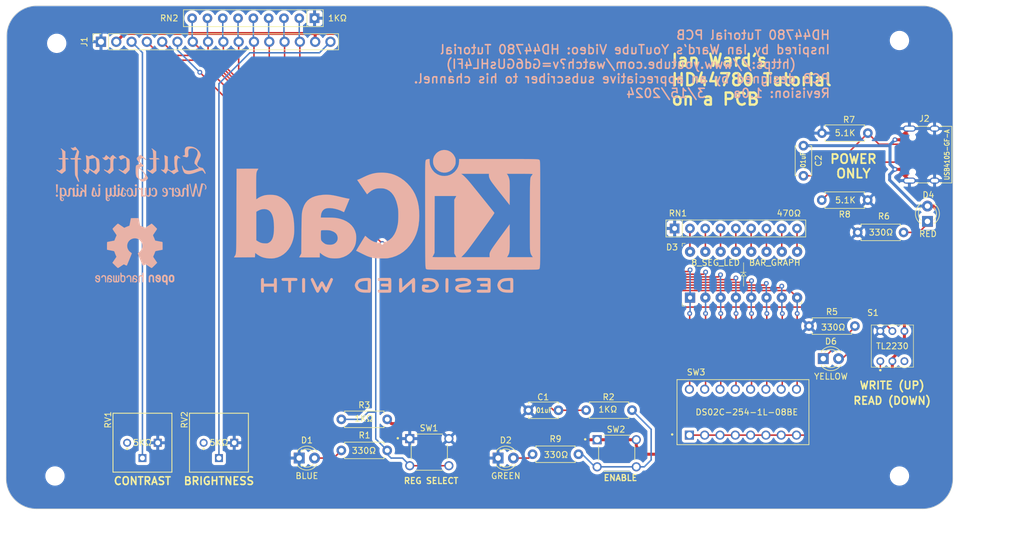
<source format=kicad_pcb>
(kicad_pcb (version 20221018) (generator pcbnew)
  (title_block (title "${project_name}") (date "2024-03-15") (rev "${version}") (company "Lutzcraft"))
  (layers (0 "F.Cu" signal) (31 "B.Cu" power) (34 "B.Paste" user) (35 "F.Paste" user) (36 "B.SilkS" user "B.Silkscreen") (37 "F.SilkS" user "F.Silkscreen") (38 "B.Mask" user) (39 "F.Mask" user) (44 "Edge.Cuts" user))
  (property "project_name" "HD44780 Tutorial PCB")
  (property "version" "1.0a")
  (net 0 "")
  (net 1 "GND")
  (net 2 "Net-(D1-A)")
  (net 3 "Net-(D2-A)")
  (net 4 "/D7")
  (net 5 "/D6")
  (net 6 "/D5")
  (net 7 "/D4")
  (net 8 "/D3")
  (net 9 "/D2")
  (net 10 "/D1")
  (net 11 "/D0")
  (net 12 "Net-(RN1-R8)")
  (net 13 "Net-(RN1-R7)")
  (net 14 "Net-(RN1-R6)")
  (net 15 "Net-(RN1-R5)")
  (net 16 "Net-(RN1-R4)")
  (net 17 "Net-(RN1-R3)")
  (net 18 "Net-(RN1-R2)")
  (net 19 "Net-(RN1-R1)")
  (net 20 "Net-(D4-K)")
  (net 21 "+5V")
  (net 22 "/RS")
  (net 23 "/RW")
  (net 24 "/BLK")
  (net 25 "Net-(J2-PadA5)")
  (net 29 "Net-(C2-Pad2)")
  (net 33 "/V0")
  (net 34 "Net-(R2-Pad1)")
  (net 35 "Net-(D6-K)")
  (net 36 "/E")
  (net 38 "Net-(S1-NC_1)")
  (footprint "footprints:SW_1825967-1" (layer "F.Cu") (at 131.445 120.305)
    (fp_text reference "SW1" (at -0.05 -4) (layer "F.SilkS"))
    (fp_text value "REG SELECT" (at 0.305 4.755) (layer "F.SilkS") (effects (font (thickness 0.2) bold)))
    (pad "1" thru_hole rect (at -3.25 -2.25) (size 1.508 1.508) (drill 1) (layers "*.Cu" "*.Mask") (net 1 "GND"))
    (pad "2" thru_hole circle (at 3.25 -2.25) (size 1.508 1.508) (drill 1) (layers "*.Cu" "*.Mask") (net 1 "GND"))
    (pad "3" thru_hole circle (at -3.25 2.25) (size 1.508 1.508) (drill 1) (layers "*.Cu" "*.Mask") (net 22 "/RS"))
    (pad "4" thru_hole circle (at 3.25 2.25) (size 1.508 1.508) (drill 1) (layers "*.Cu" "*.Mask") (net 22 "/RS"))
  )
  (footprint "footprints:BOURNE-3386P" (layer "F.Cu") (at 81.28 118.745)
    (fp_text reference "RV1" (at -3.175 -3.81 90 unlocked) (layer "F.SilkS"))
    (fp_text value "5KΩ" (at 2.54 -0.0127 unlocked) (layer "F.SilkS"))
    (fp_text user "CONTRAST" (at 2.54 6.35 unlocked) (layer "F.SilkS") (effects (font (size 1.27 1.27) (thickness 0.254))))
    (pad "1" thru_hole circle (at 0 0) (size 1.3208 1.3208) (drill 0.8128) (layers "*.Cu" "*.Mask"))
    (pad "2" thru_hole rect (at 2.54 2.54) (size 1.3208 1.3208) (drill 0.8128) (layers "*.Cu" "*.Mask") (net 33 "/V0"))
    (pad "3" thru_hole rect (at 5.08 0) (size 1.3208 1.3208) (drill 0.8128) (layers "*.Cu" "*.Mask") (net 1 "GND"))
  )
  (footprint "Capacitor_THT:C_Disc_D4.7mm_W2.5mm_P5.00mm" (layer "F.Cu") (at 193.56 69.42 -90)
    (fp_text reference "C2" (at 2.5 -2.5 90) (layer "F.SilkS"))
    (fp_text value ".01uF" (at 2.53 0.06 90) (layer "F.SilkS") (effects (font (size 0.8 0.7))))
    (pad "1" thru_hole circle (at 0 0 270) (size 1.6 1.6) (drill 0.8) (layers "*.Cu" "*.Mask") (net 21 "+5V"))
    (pad "2" thru_hole circle (at 5 0 270) (size 1.6 1.6) (drill 0.8) (layers "*.Cu" "*.Mask") (net 29 "Net-(C2-Pad2)"))
  )
  (footprint "Resistor_THT:R_Axial_DIN0207_L6.3mm_D2.5mm_P7.62mm_Horizontal" (layer "F.Cu") (at 165.1 113.33 180)
    (fp_text reference "R2" (at 3.89 2.17 180) (layer "F.SilkS"))
    (fp_text value "1KΩ" (at 4.02 0.12 180) (layer "F.SilkS"))
    (pad "1" thru_hole circle (at 0 0 180) (size 1.6 1.6) (drill 0.8) (layers "*.Cu" "*.Mask") (net 34 "Net-(R2-Pad1)"))
    (pad "2" thru_hole oval (at 7.62 0 180) (size 1.6 1.6) (drill 0.8) (layers "*.Cu" "*.Mask") (net 36 "/E"))
  )
  (footprint "Capacitor_THT:C_Disc_D4.7mm_W2.5mm_P5.00mm" (layer "F.Cu") (at 152.89 113.35 180)
    (fp_text reference "C1" (at 2.54 2.19 180) (layer "F.SilkS"))
    (fp_text value ".01uF" (at 2.54 -0.01 180) (layer "F.SilkS") (effects (font (size 0.8 0.7))))
    (pad "1" thru_hole circle (at 0 0 180) (size 1.6 1.6) (drill 0.8) (layers "*.Cu" "*.Mask") (net 36 "/E"))
    (pad "2" thru_hole circle (at 5 0 180) (size 1.6 1.6) (drill 0.8) (layers "*.Cu" "*.Mask") (net 1 "GND"))
  )
  (footprint "footprints:USB_C_Receptacle_HRO_TYPE-C-31-M-12" (layer "F.Cu") (at 214.28 70.905 90)
    (fp_text reference "J2" (at 5.98 -0.65 180) (layer "F.SilkS"))
    (fp_text value "USB4105-GF-A" (at -0.035 3.11 90) (layer "F.SilkS") (effects (font (size 0.8 0.7))))
    (pad "" np_thru_hole circle (at -2.89 -2.6 90) (size 0.65 0.65) (drill 0.65) (layers "*.Cu" "*.Mask"))
    (pad "" np_thru_hole circle (at 2.89 -2.6 90) (size 0.65 0.65) (drill 0.65) (layers "*.Cu" "*.Mask"))
    (pad "A1" smd rect (at -3.25 -4.045 90) (size 0.6 1.45) (layers "F.Cu" "F.Paste" "F.Mask") (net 1 "GND"))
    (pad "A4" smd rect (at -2.45 -4.045 90) (size 0.6 1.45) (layers "F.Cu" "F.Paste" "F.Mask") (net 21 "+5V"))
    (pad "A5" smd rect (at -1.25 -4.045 90) (size 0.3 1.45) (layers "F.Cu" "F.Paste" "F.Mask") (net 25 "Net-(J2-PadA5)"))
    (pad "A6" smd rect (at -0.25 -4.045 90) (size 0.3 1.45) (layers "F.Cu" "F.Paste" "F.Mask"))
    (pad "A7" smd rect (at 0.25 -4.045 90) (size 0.3 1.45) (layers "F.Cu" "F.Paste" "F.Mask"))
    (pad "A8" smd rect (at 1.25 -4.045 90) (size 0.3 1.45) (layers "F.Cu" "F.Paste" "F.Mask"))
    (pad "A9" smd rect (at 2.45 -4.045 90) (size 0.6 1.45) (layers "F.Cu" "F.Paste" "F.Mask") (net 21 "+5V"))
    (pad "A12" smd rect (at 3.25 -4.045 90) (size 0.6 1.45) (layers "F.Cu" "F.Paste" "F.Mask") (net 1 "GND"))
    (pad "B1" smd rect (at 3.25 -4.045 90) (size 0.6 1.45) (layers "F.Cu" "F.Paste" "F.Mask") (net 1 "GND"))
    (pad "B4" smd rect (at 2.45 -4.045 90) (size 0.6 1.45) (layers "F.Cu" "F.Paste" "F.Mask") (net 21 "+5V"))
    (pad "B5" smd rect (at 1.75 -4.045 90) (size 0.3 1.45) (layers "F.Cu" "F.Paste" "F.Mask") (net 29 "Net-(C2-Pad2)"))
    (pad "B6" smd rect (at 0.75 -4.045 90) (size 0.3 1.45) (layers "F.Cu" "F.Paste" "F.Mask"))
    (pad "B7" smd rect (at -0.75 -4.045 90) (size 0.3 1.45) (layers "F.Cu" "F.Paste" "F.Mask"))
    (pad "B8" smd rect (at -1.75 -4.045 90) (size 0.3 1.45) (layers "F.Cu" "F.Paste" "F.Mask"))
    (pad "B9" smd rect (at -2.45 -4.045 90) (size 0.6 1.45) (layers "F.Cu" "F.Paste" "F.Mask") (net 21 "+5V"))
    (pad "B12" smd rect (at -3.25 -4.045 90) (size 0.6 1.45) (layers "F.Cu" "F.Paste" "F.Mask") (net 1 "GND"))
    (pad "S1" thru_hole oval (at -4.32 -3.13 90) (size 1 2.1) (drill oval 0.6 1.7) (layers "*.Cu" "*.Mask") (net 1 "GND"))
    (pad "S1" thru_hole oval (at -4.32 1.05 90) (size 1 1.6) (drill oval 0.6 1.2) (layers "*.Cu" "*.Mask") (net 1 "GND"))
    (pad "S1" thru_hole oval (at 4.32 -3.13 90) (size 1 2.1) (drill oval 0.6 1.7) (layers "*.Cu" "*.Mask") (net 1 "GND"))
    (pad "S1" thru_hole oval (at 4.32 1.05 90) (size 1 1.6) (drill oval 0.6 1.2) (layers "*.Cu" "*.Mask") (net 1 "GND"))
  )
  (footprint "Resistor_THT:R_Axial_DIN0207_L6.3mm_D2.5mm_P7.62mm_Horizontal" (layer "F.Cu") (at 156.21 120.65 180)
    (fp_text reference "R9" (at 3.81 2.54) (layer "F.SilkS"))
    (fp_text value "330Ω" (at 3.72 -0.1) (layer "F.SilkS"))
    (pad "1" thru_hole circle (at 0 0 180) (size 1.6 1.6) (drill 0.8) (layers "*.Cu" "*.Mask") (net 34 "Net-(R2-Pad1)"))
    (pad "2" thru_hole oval (at 7.62 0 180) (size 1.6 1.6) (drill 0.8) (layers "*.Cu" "*.Mask") (net 3 "Net-(D2-A)"))
  )
  (footprint "LED_THT:LED_D3.0mm" (layer "F.Cu") (at 109.85 121.285)
    (fp_text reference "D1" (at 1.27 -2.96) (layer "F.SilkS"))
    (fp_text value "BLUE" (at 1.27 2.96) (layer "F.SilkS"))
    (pad "1" thru_hole rect (at 0 0) (size 1.8 1.8) (drill 0.9) (layers "*.Cu" "*.Mask") (net 1 "GND"))
    (pad "2" thru_hole circle (at 2.54 0) (size 1.8 1.8) (drill 0.9) (layers "*.Cu" "*.Mask") (net 2 "Net-(D1-A)"))
  )
  (footprint "Resistor_THT:R_Axial_DIN0207_L6.3mm_D2.5mm_P7.62mm_Horizontal" (layer "F.Cu") (at 202.565 83.82)
    (fp_text reference "R6" (at 4.3498 -2.6758) (layer "F.SilkS"))
    (fp_text value "330Ω" (at 3.8598 0.0042) (layer "F.SilkS"))
    (pad "1" thru_hole circle (at 0 0) (size 1.6 1.6) (drill 0.8) (layers "*.Cu" "*.Mask") (net 1 "GND"))
    (pad "2" thru_hole oval (at 7.62 0) (size 1.6 1.6) (drill 0.8) (layers "*.Cu" "*.Mask") (net 20 "Net-(D4-K)"))
  )
  (footprint "LED_THT:LED_D3.0mm" (layer "F.Cu") (at 142.87 121.285)
    (fp_text reference "D2" (at 1.27 -2.96) (layer "F.SilkS"))
    (fp_text value "GREEN" (at 1.27 2.96) (layer "F.SilkS"))
    (pad "1" thru_hole rect (at 0 0) (size 1.8 1.8) (drill 0.9) (layers "*.Cu" "*.Mask") (net 1 "GND"))
    (pad "2" thru_hole circle (at 2.54 0) (size 1.8 1.8) (drill 0.9) (layers "*.Cu" "*.Mask") (net 3 "Net-(D2-A)"))
  )
  (footprint "Resistor_THT:R_Axial_DIN0207_L6.3mm_D2.5mm_P7.62mm_Horizontal" (layer "F.Cu") (at 204.22 78.46 180)
    (fp_text reference "R8" (at 3.81 -2.37 180) (layer "F.SilkS"))
    (fp_text value "5.1K" (at 3.7 -0.01 180) (layer "F.SilkS"))
    (pad "1" thru_hole circle (at 0 0 180) (size 1.6 1.6) (drill 0.8) (layers "*.Cu" "*.Mask") (net 1 "GND"))
    (pad "2" thru_hole oval (at 7.62 0 180) (size 1.6 1.6) (drill 0.8) (layers "*.Cu" "*.Mask") (net 25 "Net-(J2-PadA5)"))
  )
  (footprint "footprints:R_Array_SIP9" (layer "F.Cu") (at 112.395 48.26 180)
    (fp_text reference "RN2" (at 24.13 0) (layer "F.SilkS"))
    (fp_text value "1KΩ" (at -3.81 0) (layer "F.SilkS"))
    (pad "1" thru_hole rect (at 0 0 180) (size 1.6 1.6) (drill 0.8) (layers "*.Cu" "*.Mask") (net 1 "GND"))
    (pad "2" thru_hole oval (at 2.54 0 180) (size 1.6 1.6) (drill 0.8) (layers "*.Cu" "*.Mask") (net 4 "/D7"))
    (pad "3" thru_hole oval (at 5.08 0 180) (size 1.6 1.6) (drill 0.8) (layers "*.Cu" "*.Mask") (net 5 "/D6"))
    (pad "4" thru_hole oval (at 7.62 0 180) (size 1.6 1.6) (drill 0.8) (layers "*.Cu" "*.Mask") (net 6 "/D5"))
    (pad "5" thru_hole oval (at 10.16 0 180) (size 1.6 1.6) (drill 0.8) (layers "*.Cu" "*.Mask") (net 7 "/D4"))
    (pad "6" thru_hole oval (at 12.7 0 180) (size 1.6 1.6) (drill 0.8) (layers "*.Cu" "*.Mask") (net 8 "/D3"))
    (pad "7" thru_hole oval (at 15.24 0 180) (size 1.6 1.6) (drill 0.8) (layers "*.Cu" "*.Mask") (net 9 "/D2"))
    (pad "8" thru_hole oval (at 17.78 0 180) (size 1.6 1.6) (drill 0.8) (layers "*.Cu" "*.Mask") (net 10 "/D1"))
    (pad "9" thru_hole oval (at 20.32 0 180) (size 1.6 1.6) (drill 0.8) (layers "*.Cu" "*.Mask") (net 11 "/D0"))
  )
  (footprint "footprints:LCD_2004_PinSocket_1x16_P2.54mm_Vertical" (layer "F.Cu") (at 76.9366 52.1716 90)
    (fp_text reference "J1" (at 0 -2.77 90) (layer "F.SilkS"))
    (fp_text value "LCD_2004_PinSocket_1x16_P2.54mm_Vertical")
    (pad "1" thru_hole rect (at 0 0 90) (size 1.7 1.7) (drill 1) (layers "*.Cu" "*.Mask") (net 1 "GND"))
    (pad "2" thru_hole oval (at 0 2.54 90) (size 1.7 1.7) (drill 1) (layers "*.Cu" "*.Mask") (net 21 "+5V"))
    (pad "3" thru_hole oval (at 0 5.08 90) (size 1.7 1.7) (drill 1) (layers "*.Cu" "*.Mask") (net 33 "/V0"))
    (pad "4" thru_hole oval (at 0 7.62 90) (size 1.7 1.7) (drill 1) (layers "*.Cu" "*.Mask") (net 22 "/RS"))
    (pad "5" thru_hole oval (at 0 10.16 90) (size 1.7 1.7) (drill 1) (layers "*.Cu" "*.Mask") (net 23 "/RW"))
    (pad "6" thru_hole oval (at 0 12.7 90) (size 1.7 1.7) (drill 1) (layers "*.Cu" "*.Mask") (net 36 "/E"))
    (pad "7" thru_hole oval (at 0 15.24 90) (size 1.7 1.7) (drill 1) (layers "*.Cu" "*.Mask") (net 11 "/D0"))
    (pad "8" thru_hole oval (at 0 17.78 90) (size 1.7 1.7) (drill 1) (layers "*.Cu" "*.Mask") (net 10 "/D1"))
    (pad "9" thru_hole oval (at 0 20.32 90) (size 1.7 1.7) (drill 1) (layers "*.Cu" "*.Mask") (net 9 "/D2"))
    (pad "10" thru_hole oval (at 0 22.86 90) (size 1.7 1.7) (drill 1) (layers "*.Cu" "*.Mask") (net 8 "/D3"))
    (pad "11" thru_hole oval (at 0 25.4 90) (size 1.7 1.7) (drill 1) (layers "*.Cu" "*.Mask") (net 7 "/D4"))
    (pad "12" thru_hole oval (at 0 27.94 90) (size 1.7 1.7) (drill 1) (layers "*.Cu" "*.Mask") (net 6 "/D5"))
    (pad "13" thru_hole oval (at 0 30.48 90) (size 1.7 1.7) (drill 1) (layers "*.Cu" "*.Mask") (net 5 "/D6"))
    (pad "14" thru_hole oval (at 0 33.02 90) (size 1.7 1.7) (drill 1) (layers "*.Cu" "*.Mask") (net 4 "/D7"))
    (pad "15" thru_hole oval (at 0 35.56 90) (size 1.7 1.7) (drill 1) (layers "*.Cu" "*.Mask") (net 21 "+5V"))
    (pad "16" thru_hole oval (at 0 38.1 90) (size 1.7 1.7) (drill 1) (layers "*.Cu" "*.Mask") (net 24 "/BLK"))
  )
  (footprint "footprints:SW_1825967-1" (layer "F.Cu") (at 162.56 120.49)
    (fp_text reference "SW2" (at -0.12 -3.96) (layer "F.SilkS"))
    (fp_text value "ENABLE" (at 0.63 4.08) (layer "F.SilkS") (effects (font (thickness 0.2) bold)))
    (pad "1" thru_hole rect (at -3.25 -2.25) (size 1.508 1.508) (drill 1) (layers "*.Cu" "*.Mask") (net 21 "+5V"))
    (pad "2" thru_hole circle (at 3.25 -2.25) (size 1.508 1.508) (drill 1) (layers "*.Cu" "*.Mask") (net 21 "+5V"))
    (pad "3" thru_hole circle (at -3.25 2.25) (size 1.508 1.508) (drill 1) (layers "*.Cu" "*.Mask") (net 34 "Net-(R2-Pad1)"))
    (pad "4" thru_hole circle (at 3.25 2.25) (size 1.508 1.508) (drill 1) (layers "*.Cu" "*.Mask") (net 34 "Net-(R2-Pad1)"))
  )
  (footprint "MountingHole:MountingHole_2.7mm_M2.5" (layer "F.Cu") (at 209.5 51.96)
    (fp_text reference "H2")
    (fp_text value "MountingHole")
    (pad "" np_thru_hole circle locked (at 0 0) (size 2.7 2.7) (drill 2.7) (layers "*.Cu" "*.Mask"))
  )
  (footprint "MountingHole:MountingHole_2.7mm_M2.5" (layer "F.Cu") (at 69.59 52.43)
    (fp_text reference "H1")
    (fp_text value "MountingHole")
    (pad "" np_thru_hole circle locked (at 0 0) (size 2.7 2.7) (drill 2.7) (layers "*.Cu" "*.Mask"))
  )
  (footprint "footprints:LED_Bar_Graph_8_SEG_SOCKET" (layer "F.Cu") (at 174.7314 94.6448 90)
    (fp_text reference "D3" (at 8.3604 -2.9886 180) (layer "F.SilkS"))
    (fp_text value " 8_SEG_LED  BAR_GRAPH" (at 5.8 8.89) (layer "F.SilkS"))
    (pad "1" thru_hole rect (at 0 0 90) (size 1.7 1.7) (drill 0.7) (layers "*.Cu" "*.Mask") (net 4 "/D7"))
    (pad "2" thru_hole circle (at 0 2.54 90) (size 1.7 1.7) (drill 0.7) (layers "*.Cu" "*.Mask") (net 5 "/D6"))
    (pad "3" thru_hole circle (at 0 5.08 90) (size 1.7 1.7) (drill 0.7) (layers "*.Cu" "*.Mask") (net 6 "/D5"))
    (pad "4" thru_hole circle (at 0 7.62 90) (size 1.7 1.7) (drill 0.7) (layers "*.Cu" "*.Mask") (net 7 "/D4"))
    (pad "5" thru_hole circle (at 0 10.16 90) (size 1.7 1.7) (drill 0.7) (layers "*.Cu" "*.Mask") (net 8 "/D3"))
    (pad "6" thru_hole circle (at 0 12.7 90) (size 1.7 1.7) (drill 0.7) (layers "*.Cu" "*.Mask") (net 9 "/D2"))
    (pad "7" thru_hole circle (at 0 15.24 90) (size 1.7 1.7) (drill 0.7) (layers "*.Cu" "*.Mask") (net 10 "/D1"))
    (pad "8" thru_hole circle (at 0 17.78 90) (size 1.7 1.7) (drill 0.7) (layers "*.Cu" "*.Mask") (net 11 "/D0"))
    (pad "9" thru_hole circle (at 7.62 17.78 90) (size 1.7 1.7) (drill 0.7) (layers "*.Cu" "*.Mask") (net 12 "Net-(RN1-R8)"))
    (pad "10" thru_hole circle (at 7.62 15.24 90) (size 1.7 1.7) (drill 0.7) (layers "*.Cu" "*.Mask") (net 13 "Net-(RN1-R7)"))
    (pad "11" thru_hole circle (at 7.62 12.7 90) (size 1.7 1.7) (drill 0.7) (layers "*.Cu" "*.Mask") (net 14 "Net-(RN1-R6)"))
    (pad "12" thru_hole circle (at 7.62 10.16 90) (size 1.7 1.7) (drill 0.7) (layers "*.Cu" "*.Mask") (net 15 "Net-(RN1-R5)"))
    (pad "13" thru_hole circle (at 7.62 7.62 90) (size 1.7 1.7) (drill 0.7) (layers "*.Cu" "*.Mask") (net 16 "Net-(RN1-R4)"))
    (pad "14" thru_hole circle (at 7.62 5.08 90) (size 1.7 1.7) (drill 0.7) (layers "*.Cu" "*.Mask") (net 17 "Net-(RN1-R3)"))
    (pad "15" thru_hole circle (at 7.62 2.54 90) (size 1.7 1.7) (drill 0.7) (layers "*.Cu" "*.Mask") (net 18 "Net-(RN1-R2)"))
    (pad "16" thru_hole circle (at 7.62 0 90) (size 1.7 1.7) (drill 0.7) (layers "*.Cu" "*.Mask") (net 19 "Net-(RN1-R1)"))
  )
  (footprint "Resistor_THT:R_Axial_DIN0207_L6.3mm_D2.5mm_P7.62mm_Horizontal" (layer "F.Cu") (at 124.46 120.015 180)
    (fp_text reference "R1" (at 3.76 2.51) (layer "F.SilkS"))
    (fp_text value "330Ω" (at 3.87 -0.04) (layer "F.SilkS"))
    (pad "1" thru_hole circle (at 0 0 180) (size 1.6 1.6) (drill 0.8) (layers "*.Cu" "*.Mask") (net 22 "/RS"))
    (pad "2" thru_hole oval (at 7.62 0 180) (size 1.6 1.6) (drill 0.8) (layers "*.Cu" "*.Mask") (net 2 "Net-(D1-A)"))
  )
  (footprint "Resistor_THT:R_Axial_DIN0207_L6.3mm_D2.5mm_P7.62mm_Horizontal" (layer "F.Cu") (at 194.48 99.37)
    (fp_text reference "R5" (at 3.81 -2.37) (layer "F.SilkS"))
    (fp_text value "330Ω" (at 4.02 0.21) (layer "F.SilkS"))
    (pad "1" thru_hole circle (at 0 0) (size 1.6 1.6) (drill 0.8) (layers "*.Cu" "*.Mask") (net 1 "GND"))
    (pad "2" thru_hole oval (at 7.62 0) (size 1.6 1.6) (drill 0.8) (layers "*.Cu" "*.Mask") (net 35 "Net-(D6-K)"))
  )
  (footprint "LED_THT:LED_D3.0mm" (layer "F.Cu") (at 196.85 104.775)
    (fp_text reference "D6" (at 1.27 -2.86) (layer "F.SilkS"))
    (fp_text value "YELLOW" (at 1.27 2.96) (layer "F.SilkS"))
    (pad "1" thru_hole rect (at 0 0) (size 1.8 1.8) (drill 0.9) (layers "*.Cu" "*.Mask") (net 35 "Net-(D6-K)"))
    (pad "2" thru_hole circle (at 2.54 0) (size 1.8 1.8) (drill 0.9) (layers "*.Cu" "*.Mask") (net 23 "/RW"))
  )
  (footprint "MountingHole:MountingHole_2.7mm_M2.5" (layer "F.Cu") (at 69.3 124.26)
    (fp_text reference locked "H4")
    (fp_text value "MountingHole")
    (pad "" np_thru_hole circle locked (at 0 0) (size 2.7 2.7) (drill 2.7) (layers "*.Cu" "*.Mask"))
  )
  (footprint "footprints:BOURNE-3386P" (layer "F.Cu") (at 93.98 118.745)
    (fp_text reference "RV2" (at -3.175 -3.81 90 unlocked) (layer "F.SilkS"))
    (fp_text value "5KΩ" (at 2.54 -0.0127 unlocked) (layer "F.SilkS"))
    (fp_text user "BRIGHTNESS" (at 2.54 6.35 unlocked) (layer "F.SilkS") (effects (font (size 1.27 1.27) (thickness 0.254))))
    (pad "1" thru_hole circle (at 0 0) (size 1.3208 1.3208) (drill 0.8128) (layers "*.Cu" "*.Mask"))
    (pad "2" thru_hole rect (at 2.54 2.54) (size 1.3208 1.3208) (drill 0.8128) (layers "*.Cu" "*.Mask") (net 24 "/BLK"))
    (pad "3" thru_hole rect (at 5.08 0) (size 1.3208 1.3208) (drill 0.8128) (layers "*.Cu" "*.Mask") (net 1 "GND"))
  )
  (footprint "MountingHole:MountingHole_2.7mm_M2.5" (layer "F.Cu") (at 209.5 124.26)
    (fp_text reference "H3")
    (fp_text value "MountingHole")
    (pad "" np_thru_hole circle locked (at 0 0) (size 2.7 2.7) (drill 2.7) (layers "*.Cu" "*.Mask"))
  )
  (footprint "footprints:SW_DS02C-254-1L-08BE" (layer "F.Cu") (at 183.515 113.665)
    (fp_text reference "SW3" (at -7.775 -6.635) (layer "F.SilkS"))
    (fp_text value "DS02C-254-1L-08BE" (at 0.635 0) (layer "F.SilkS"))
    (pad "1A" thru_hole rect (at -8.89 3.81) (size 1.508 1.508) (drill 1) (layers "*.Cu" "*.Mask") (net 38 "Net-(S1-NC_1)"))
    (pad "1B" thru_hole circle (at -8.89 -3.81) (size 1.508 1.508) (drill 1) (layers "*.Cu" "*.Mask") (net 4 "/D7"))
    (pad "2A" thru_hole circle (at -6.35 3.81) (size 1.508 1.508) (drill 1) (layers "*.Cu" "*.Mask") (net 38 "Net-(S1-NC_1)"))
    (pad "2B" thru_hole circle (at -6.35 -3.81) (size 1.508 1.508) (drill 1) (layers "*.Cu" "*.Mask") (net 5 "/D6"))
    (pad "3A" thru_hole circle (at -3.81 3.81) (size 1.508 1.508) (drill 1) (layers "*.Cu" "*.Mask") (net 38 "Net-(S1-NC_1)"))
    (pad "3B" thru_hole circle (at -3.81 -3.81) (size 1.508 1.508) (drill 1) (layers "*.Cu" "*.Mask") (net 6 "/D5"))
    (pad "4A" thru_hole circle (at -1.27 3.81) (size 1.508 1.508) (drill 1) (layers "*.Cu" "*.Mask") (net 38 "Net-(S1-NC_1)"))
    (pad "4B" thru_hole circle (at -1.27 -3.81) (size 1.508 1.508) (drill 1) (layers "*.Cu" "*.Mask") (net 7 "/D4"))
    (pad "5A" thru_hole circle (at 1.27 3.81) (size 1.508 1.508) (drill 1) (layers "*.Cu" "*.Mask") (net 38 "Net-(S1-NC_1)"))
    (pad "5B" thru_hole circle (at 1.27 -3.81) (size 1.508 1.508) (drill 1) (layers "*.Cu" "*.Mask") (net 8 "/D3"))
    (pad "6A" thru_hole circle (at 3.81 3.81) (size 1.508 1.508) (drill 1) (layers "*.Cu" "*.Mask") (net 38 "Net-(S1-NC_1)"))
    (pad "6B" thru_hole circle (at 3.81 -3.81) (size 1.508 1.508) (drill 1) (layers "*.Cu" "*.Mask") (net 9 "/D2"))
    (pad "7A" thru_hole circle (at 6.35 3.81) (size 1.508 1.508) (drill 1) (layers "*.Cu" "*.Mask") (net 38 "Net-(S1-NC_1)"))
    (pad "7B" thru_hole circle (at 6.35 -3.81) (size 1.508 1.508) (drill 1) (layers "*.Cu" "*.Mask") (net 10 "/D1"))
    (pad "8A" thru_hole circle (at 8.89 3.81) (size 1.508 1.508) (drill 1) (layers "*.Cu" "*.Mask") (net 38 "Net-(S1-NC_1)"))
    (pad "8B" thru_hole circle (at 8.89 -3.81) (size 1.508 1.508) (drill 1) (layers "*.Cu" "*.Mask") (net 11 "/D0"))
  )
  (footprint "Resistor_THT:R_Axial_DIN0207_L6.3mm_D2.5mm_P7.62mm_Horizontal" (layer "F.Cu") (at 116.84 114.855)
    (fp_text reference "R3" (at 3.81 -2.37) (layer "F.SilkS"))
    (fp_text value "1KΩ" (at 3.74 -0.13) (layer "F.SilkS"))
    (pad "1" thru_hole circle (at 0 0) (size 1.6 1.6) (drill 0.8) (layers "*.Cu" "*.Mask") (net 22 "/RS"))
    (pad "2" thru_hole oval (at 7.62 0) (size 1.6 1.6) (drill 0.8) (layers "*.Cu" "*.Mask") (net 21 "+5V"))
  )
  (footprint "footprints:R_Array_SIP9" (layer "F.Cu") (at 172.1746 83.1644)
    (fp_text reference "RN1" (at 0.5454 -2.5194) (layer "F.SilkS"))
    (fp_text value "470Ω" (at 18.9604 -2.5194) (layer "F.SilkS"))
    (pad "1" thru_hole rect (at 0 0) (size 1.6 1.6) (drill 0.8) (layers "*.Cu" "*.Mask") (net 1 "GND"))
    (pad "2" thru_hole oval (at 2.54 0) (size 1.6 1.6) (drill 0.8) (layers "*.Cu" "*.Mask") (net 19 "Net-(RN1-R1)"))
    (pad "3" thru_hole oval (at 5.08 0) (size 1.6 1.6) (drill 0.8) (layers "*.Cu" "*.Mask") (net 18 "Net-(RN1-R2)"))
    (pad "4" thru_hole oval (at 7.62 0) (size 1.6 1.6) (drill 0.8) (layers "*.Cu" "*.Mask") (net 17 "Net-(RN1-R3)"))
    (pad "5" thru_hole oval (at 10.16 0) (size 1.6 1.6) (drill 0.8) (layers "*.Cu" "*.Mask") (net 16 "Net-(RN1-R4)"))
    (pad "6" thru_hole oval (at 12.7 0) (size 1.6 1.6) (drill 0.8) (layers "*.Cu" "*.Mask") (net 15 "Net-(RN1-R5)"))
    (pad "7" thru_hole oval (at 15.24 0) (size 1.6 1.6) (drill 0.8) (layers "*.Cu" "*.Mask") (net 14 "Net-(RN1-R6)"))
    (pad "8" thru_hole oval (at 17.78 0) (size 1.6 1.6) (drill 0.8) (layers "*.Cu" "*.Mask") (net 13 "Net-(RN1-R7)"))
    (pad "9" thru_hole oval (at 20.32 0) (size 1.6 1.6) (drill 0.8) (layers "*.Cu" "*.Mask") (net 12 "Net-(RN1-R8)"))
  )
  (footprint "LED_THT:LED_D3.0mm" (layer "F.Cu") (at 214.1442 81.9902 90)
    (fp_text reference "D4" (at 4.39 0.16) (layer "F.SilkS"))
    (fp_text value "RED" (at -2.0748 0.0858) (layer "F.SilkS"))
    (pad "1" thru_hole rect (at 0 0 90) (size 1.8 1.8) (drill 0.9) (layers "*.Cu" "*.Mask") (net 20 "Net-(D4-K)"))
    (pad "2" thru_hole circle (at 2.54 0 90) (size 1.8 1.8) (drill 0.9) (layers "*.Cu" "*.Mask") (net 21 "+5V"))
  )
  (footprint "Resistor_THT:R_Axial_DIN0207_L6.3mm_D2.5mm_P7.62mm_Horizontal" (layer "F.Cu") (at 204.25 67.34 180)
    (fp_text reference "R7" (at 3.12 2.24 180) (layer "F.SilkS"))
    (fp_text value "5.1K" (at 3.78 0.02 180) (layer "F.SilkS"))
    (pad "1" thru_hole circle (at 0 0 180) (size 1.6 1.6) (drill 0.8) (layers "*.Cu" "*.Mask") (net 29 "Net-(C2-Pad2)"))
    (pad "2" thru_hole oval (at 7.62 0 180) (size 1.6 1.6) (drill 0.8) (layers "*.Cu" "*.Mask") (net 1 "GND"))
  )
  (footprint "footprints:TL2230EEF140" (layer "F.Cu") (at 206.32 105.2)
    (fp_text reference "S1" (at -1.215 -8.045) (layer "F.SilkS"))
    (fp_text value "TL2230" (at 2 -2.5) (layer "F.SilkS"))
    (fp_text user "READ (DOWN)" (at 1.96 6.56 unlocked) (layer "F.SilkS") (effects (font (size 1.27 1.27) (thickness 0.254))))
    (fp_text user "WRITE (UP)" (at 1.96 4.02 unlocked) (layer "F.SilkS") (effects (font (size 1.27 1.27) (thickness 0.254))))
    (pad "1" thru_hole circle (at 0 0) (size 1.3 1.3) (drill 0.8) (layers "*.Cu" "*.Mask") (net 38 "Net-(S1-NC_1)"))
    (pad "2" thru_hole circle (at 2 0) (size 1.3 1.3) (drill 0.8) (layers "*.Cu" "*.Mask") (net 21 "+5V"))
    (pad "3" thru_hole circle (at 4 0) (size 1.3 1.3) (drill 0.8) (layers "*.Cu" "*.Mask"))
    (pad "4" thru_hole circle (at 0 -5) (size 1.3 1.3) (drill 0.8) (layers "*.Cu" "*.Mask") (net 1 "GND"))
    (pad "5" thru_hole circle (at 2 -5) (size 1.3 1.3) (drill 0.8) (layers "*.Cu" "*.Mask") (net 23 "/RW"))
    (pad "6" thru_hole circle (at 4 -5) (size 1.3 1.3) (drill 0.8) (layers "*.Cu" "*.Mask") (net 21 "+5V"))
  )
  (footprint "footprints:Lutzcraft_logo_1125DPI" (layer "B.Cu") (at 81.915 73.66 180)
    (fp_text reference "G***" hide)
    (fp_text value "LOGO" hide)
  )
  (footprint "Symbol:OSHW-Logo2_14.6x12mm_SilkScreen" (layer "B.Cu") (at 82.55 86.995 180)
    (fp_text reference "REF**" hide)
    (fp_text value "OSHW-Logo2_14.6x12mm_SilkScreen" hide)
  )
  (footprint "Symbol:KiCad-Logo2_20mm_SilkScreen" (layer "B.Cu") (at 124.46 80.01 180)
    (fp_text reference "REF**" hide)
    (fp_text value "KiCad-Logo2_20mm_SilkScreen" hide)
  )
  (gr_arc (start 213.3638 46.2026) (mid 216.899334 47.667066) (end 218.3638 51.2026) (stroke (width 0.1)) (layer "Edge.Cuts"))
  (gr_line (start 66.2902 46.2026) (end 213.3638 46.2026) (stroke (width 0.1)) (layer "Edge.Cuts"))
  (gr_arc (start 218.3638 124.7178) (mid 216.899334 128.253334) (end 213.3638 129.7178) (stroke (width 0.1)) (layer "Edge.Cuts"))
  (gr_arc (start 66.2902 129.7178) (mid 62.697569 128.281102) (end 61.188167 124.718405) (stroke (width 0.1)) (layer "Edge.Cuts"))
  (gr_line (start 213.3638 129.7178) (end 66.2902 129.7178) (stroke (width 0.1)) (layer "Edge.Cuts"))
  (gr_line (start 218.3638 51.2026) (end 218.3638 124.7178) (stroke (width 0.1)) (layer "Edge.Cuts"))
  (gr_line (start 61.188167 124.718405) (end 61.2902 51.2026) (stroke (width 0.1)) (layer "Edge.Cuts"))
  (gr_arc (start 61.2902 51.2026) (mid 62.754666 47.667066) (end 66.2902 46.2026) (stroke (width 0.1)) (layer "Edge.Cuts"))
  (gr_text "${project_name}\nInspired by Ian Ward's YouTube Video: HD44780 Tutorial\n	(https://www.youtube.com/watch?v=Gd6GUsHL4FI)\nPCB designed by an appreciative subscriber to his channel.\nRevision: ${version}    3/15/2024\n" (at 198.12 61.595) (layer "B.SilkS") (effects (font (size 1.5 1.5) (thickness 0.254) bold) (justify left bottom mirror)))
  (gr_text "POWER\nONLY" (at 201.85 74.93) (layer "F.SilkS") (effects (font (size 1.5 1.5) (thickness 0.3) bold) (justify bottom)))
  (gr_text "Ian Ward's \nHD44780 Tutorial \non a PCB" (at 171.45 62.865) (layer "F.SilkS") (effects (font (size 2 2) (thickness 0.4) bold) (justify left bottom)))
  (segment (start 210.235 74.31) (end 211.15 75.225) (width 0.5) (layer "F.Cu") (net 1))
  (segment (start 210.235 67.5) (end 211.15 66.585) (width 0.5) (layer "F.Cu") (net 1))
  (segment (start 210.235 67.655) (end 210.235 67.5) (width 0.5) (layer "F.Cu") (net 1))
  (segment (start 116.84 120.015) (end 115.57 121.285) (width 0.25) (layer "F.Cu") (net 2))
  (segment (start 115.57 121.285) (end 112.39 121.285) (width 0.25) (layer "F.Cu") (net 2))
  (segment (start 147.955 121.285) (end 148.59 120.65) (width 0.25) (layer "F.Cu") (net 3))
  (segment (start 145.41 121.285) (end 147.955 121.285) (width 0.25) (layer "F.Cu") (net 3))
  (segment (start 145.415 121.285) (end 145.41 121.285) (width 0.25) (layer "F.Cu") (net 3))
  (segment (start 134.775172 90.3154) (end 109.9566 65.496828) (width 0.25) (layer "F.Cu") (net 4))
  (segment (start 174.465 90.3154) (end 134.775172 90.3154) (width 0.25) (layer "F.Cu") (net 4))
  (segment (start 109.9566 65.496828) (end 109.9566 52.1716) (width 0.25) (layer "F.Cu") (net 4))
  (segment (start 174.6738 109.8062) (end 174.625 109.855) (width 0.25) (layer "F.Cu") (net 4))
  (segment (start 174.74 90.0404) (end 174.465 90.3154) (width 0.25) (layer "F.Cu") (net 4))
  (segment (start 174.6738 97.2848) (end 174.6738 109.8062) (width 0.25) (layer "F.Cu") (net 4))
  (via (at 174.74 90.0404) (size 0.8) (drill 0.4) (layers "F.Cu" "B.Cu") (net 4))
  (via (at 174.6738 97.2848) (size 0.8) (drill 0.4) (layers "F.Cu" "B.Cu") (net 4))
  (segment (start 174.74 90.0404) (end 174.74 97.2186) (width 0.25) (layer "B.Cu") (net 4))
  (segment (start 174.74 97.2186) (end 174.6738 97.2848) (width 0.25) (layer "B.Cu") (net 4))
  (segment (start 109.855 52.07) (end 109.9566 52.1716) (width 0.25) (layer "B.Cu") (net 4))
  (segment (start 109.855 48.26) (end 109.855 52.07) (width 0.25) (layer "B.Cu") (net 4))
  (segment (start 177.3114 97.2848) (end 177.3114 109.7086) (width 0.25) (layer "F.Cu") (net 5))
  (segment (start 134.588776 90.7654) (end 107.4166 63.593224) (width 0.25) (layer "F.Cu") (net 5))
  (segment (start 177.3114 109.7086) (end 177.165 109.855) (width 0.25) (layer "F.Cu") (net 5))
  (segment (start 176.9646 90.7654) (end 134.588776 90.7654) (width 0.25) (layer "F.Cu") (net 5))
  (segment (start 107.4166 63.593224) (end 107.4166 52.1716) (width 0.25) (layer "F.Cu") (net 5))
  (segment (start 177.32 90.41) (end 176.9646 90.7654) (width 0.25) (layer "F.Cu") (net 5))
  (via (at 177.32 90.41) (size 0.8) (drill 0.4) (layers "F.Cu" "B.Cu") (net 5))
  (via (at 177.3114 97.2848) (size 0.8) (drill 0.4) (layers "F.Cu" "B.Cu") (net 5))
  (segment (start 107.315 52.07) (end 107.4166 52.1716) (width 0.25) (layer "B.Cu") (net 5))
  (segment (start 177.32 90.41) (end 177.32 92.8628) (width 0.25) (layer "B.Cu") (net 5))
  (segment (start 177.3114 92.8714) (end 177.3114 97.2848) (width 0.25) (layer "B.Cu") (net 5))
  (segment (start 107.315 48.26) (end 107.315 52.07) (width 0.25) (layer "B.Cu") (net 5))
  (segment (start 177.32 92.8628) (end 177.3114 92.8714) (width 0.25) (layer "B.Cu") (net 5))
  (segment (start 179.83 109.73) (end 179.705 109.855) (width 0.25) (layer "F.Cu") (net 6))
  (segment (start 179.4346 91.2154) (end 134.40238 91.2154) (width 0.25) (layer "F.Cu") (net 6))
  (segment (start 104.8766 61.68962) (end 104.8766 52.1716) (width 0.25) (layer "F.Cu") (net 6))
  (segment (start 179.79 90.86) (end 179.4346 91.2154) (width 0.25) (layer "F.Cu") (net 6))
  (segment (start 134.40238 91.2154) (end 104.8766 61.68962) (width 0.25) (layer "F.Cu") (net 6))
  (segment (start 179.83 97.2848) (end 179.83 109.73) (width 0.25) (layer "F.Cu") (net 6))
  (via (at 179.79 90.86) (size 0.8) (drill 0.4) (layers "F.Cu" "B.Cu") (net 6))
  (via (at 179.83 97.2848) (size 0.8) (drill 0.4) (layers "F.Cu" "B.Cu") (net 6))
  (segment (start 104.775 52.07) (end 104.8766 52.1716) (width 0.25) (layer "B.Cu") (net 6))
  (segment (start 179.79 93.59) (end 179.82 93.62) (width 0.25) (layer "B.Cu") (net 6))
  (segment (start 179.82 93.62) (end 179.82 97.2748) (width 0.25) (layer "B.Cu") (net 6))
  (segment (start 179.82 97.2748) (end 179.83 97.2848) (width 0.25) (layer "B.Cu") (net 6))
  (segment (start 179.79 90.86) (end 179.79 93.59) (width 0.25) (layer "B.Cu") (net 6))
  (segment (start 104.775 48.26) (end 104.775 52.07) (width 0.25) (layer "B.Cu") (net 6))
  (segment (start 182.34 91.3904) (end 182.065 91.6654) (width 0.25) (layer "F.Cu") (net 7))
  (segment (start 182.3714 97.2848) (end 182.3614 97.2948) (width 0.25) (layer "F.Cu") (net 7))
  (segment (start 102.3366 59.786016) (end 102.3366 52.1716) (width 0.25) (layer "F.Cu") (net 7))
  (segment (start 134.215984 91.6654) (end 102.3366 59.786016) (width 0.25) (layer "F.Cu") (net 7))
  (segment (start 182.3614 109.7386) (end 182.245 109.855) (width 0.25) (layer "F.Cu") (net 7))
  (segment (start 182.3614 97.2948) (end 182.3614 109.7386) (width 0.25) (layer "F.Cu") (net 7))
  (segment (start 182.065 91.6654) (end 134.215984 91.6654) (width 0.25) (layer "F.Cu") (net 7))
  (via (at 182.34 91.3904) (size 0.8) (drill 0.4) (layers "F.Cu" "B.Cu") (net 7))
  (via (at 182.3714 97.2848) (size 0.8) (drill 0.4) (layers "F.Cu" "B.Cu") (net 7))
  (segment (start 182.34 94.6252) (end 182.36 94.6452) (width 0.25) (layer "B.Cu") (net 7))
  (segment (start 182.36 97.2734) (end 182.3714 97.2848) (width 0.25) (layer "B.Cu") (net 7))
  (segment (start 182.36 94.6452) (end 182.36 97.2734) (width 0.25) (layer "B.Cu") (net 7))
  (segment (start 102.235 52.07) (end 102.3366 52.1716) (width 0.25) (layer "B.Cu") (net 7))
  (segment (start 182.34 91.3904) (end 182.34 94.6252) (width 0.25) (layer "B.Cu") (net 7))
  (segment (start 102.235 48.26) (end 102.235 52.07) (width 0.25) (layer "B.Cu") (net 7))
  (segment (start 184.9314 107.6148) (end 184.9414 107.6248) (width 0.25) (layer "F.Cu") (net 8))
  (segment (start 184.9414 107.6248) (end 184.9414 109.6986) (width 0.25) (layer "F.Cu") (net 8))
  (segment (start 134.029588 92.1154) (end 99.7966 57.882412) (width 0.25) (layer "F.Cu") (net 8))
  (segment (start 184.94 91.8404) (end 184.665 92.1154) (width 0.25) (layer "F.Cu") (net 8))
  (segment (start 184.9414 97.2848) (end 184.9414 107.6048) (width 0.25) (layer "F.Cu") (net 8))
  (segment (start 99.7966 57.882412) (end 99.7966 52.1716) (width 0.25) (layer "F.Cu") (net 8))
  (segment (start 184.9414 107.6048) (end 184.9314 107.6148) (width 0.25) (layer "F.Cu") (net 8))
  (segment (start 184.665 92.1154) (end 134.029588 92.1154) (width 0.25) (layer "F.Cu") (net 8))
  (segment (start 184.9414 109.6986) (end 184.785 109.855) (width 0.25) (layer "F.Cu") (net 8))
  (via (at 184.94 91.8404) (size 0.8) (drill 0.4) (layers "F.Cu" "B.Cu") (net 8))
  (via (at 184.9414 97.2848) (size 0.8) (drill 0.4) (layers "F.Cu" "B.Cu") (net 8))
  (segment (start 99.695 52.07) (end 99.7966 52.1716) (width 0.25) (layer "B.Cu") (net 8))
  (segment (start 184.9 97.2434) (end 184.9414 97.2848) (width 0.25) (layer "B.Cu") (net 8))
  (segment (start 99.695 48.26) (end 99.695 52.07) (width 0.25) (layer "B.Cu") (net 8))
  (segment (start 184.94 91.8404) (end 184.94 94.6052) (width 0.25) (layer "B.Cu") (net 8))
  (segment (start 184.94 94.6052) (end 184.9 94.6452) (width 0.25) (layer "B.Cu") (net 8))
  (segment (start 184.9 94.6452) (end 184.9 97.2434) (width 0.25) (layer "B.Cu") (net 8))
  (segment (start 187.325 109.855) (end 187.4714 109.7086) (width 0.25) (layer "F.Cu") (net 9))
  (segment (start 187.1146 92.5654) (end 133.843192 92.5654) (width 0.25) (layer "F.Cu") (net 9))
  (segment (start 187.4714 109.7086) (end 187.4714 97.2948) (width 0.25) (layer "F.Cu") (net 9))
  (segment (start 97.2566 55.978808) (end 97.2566 52.1716) (width 0.25) (layer "F.Cu") (net 9))
  (segment (start 133.843192 92.5654) (end 97.2566 55.978808) (width 0.25) (layer "F.Cu") (net 9))
  (segment (start 187.39 92.29) (end 187.1146 92.5654) (width 0.25) (layer "F.Cu") (net 9))
  (segment (start 187.4714 97.2948) (end 187.4814 97.2848) (width 0.25) (layer "F.Cu") (net 9))
  (via (at 187.4814 97.2848) (size 0.8) (drill 0.4) (layers "F.Cu" "B.Cu") (net 9))
  (via (at 187.39 92.29) (size 0.8) (drill 0.4) (layers "F.Cu" "B.Cu") (net 9))
  (segment (start 187.44 94.15) (end 187.44 97.2434) (width 0.25) (layer "B.Cu") (net 9))
  (segment (start 97.155 52.07) (end 97.2566 52.1716) (width 0.25) (layer "B.Cu") (net 9))
  (segment (start 187.44 97.2434) (end 187.4814 97.2848) (width 0.25) (layer "B.Cu") (net 9))
  (segment (start 97.155 48.26) (end 97.155 52.07) (width 0.25) (layer "B.Cu") (net 9))
  (segment (start 187.39 92.29) (end 187.39 94.1) (width 0.25) (layer "B.Cu") (net 9))
  (segment (start 187.39 94.1) (end 187.44 94.15) (width 0.25) (layer "B.Cu") (net 9))
  (segment (start 190.0414 109.6786) (end 190.0414 97.2948) (width 0.25) (layer "F.Cu") (net 10))
  (segment (start 189.685 93.0154) (end 133.656796 93.0154) (width 0.25) (layer "F.Cu") (net 10))
  (segment (start 189.96 92.7404) (end 189.685 93.0154) (width 0.25) (layer "F.Cu") (net 10))
  (segment (start 189.865 109.855) (end 190.0414 109.6786) (width 0.25) (layer "F.Cu") (net 10))
  (segment (start 190.0414 97.2948) (end 190.0514 97.2848) (width 0.25) (layer "F.Cu") (net 10))
  (segment (start 133.656796 93.0154) (end 94.7166 54.075204) (width 0.25) (layer "F.Cu") (net 10))
  (segment (start 94.7166 54.075204) (end 94.7166 52.1716) (width 0.25) (layer "F.Cu") (net 10))
  (via (at 190.0514 97.2848) (size 0.8) (drill 0.4) (layers "F.Cu" "B.Cu") (net 10))
  (via (at 189.96 92.7404) (size 0.8) (drill 0.4) (layers "F.Cu" "B.Cu") (net 10))
  (segment (start 189.96 94.6252) (end 189.98 94.6452) (width 0.25) (layer "B.Cu") (net 10))
  (segment (start 189.98 97.2134) (end 190.0514 97.2848) (width 0.25) (layer "B.Cu") (net 10))
  (segment (start 94.615 52.07) (end 94.7166 52.1716) (width 0.25) (layer "B.Cu") (net 10))
  (segment (start 189.96 92.7404) (end 189.96 94.6252) (width 0.25) (layer "B.Cu") (net 10))
  (segment (start 94.615 48.26) (end 94.615 52.07) (width 0.25) (layer "B.Cu") (net 10))
  (segment (start 189.98 94.6452) (end 189.98 97.2134) (width 0.25) (layer "B.Cu") (net 10))
  (segment (start 133.4704 93.4654) (end 191.3402 93.4654) (width 0.25) (layer "F.Cu") (net 11))
  (segment (start 92.1766 52.1716) (end 133.4704 93.4654) (width 0.25) (layer "F.Cu") (net 11))
  (segment (start 191.3402 93.4654) (end 192.52 94.6452) (width 0.25) (layer "F.Cu") (net 11))
  (segment (start 192.405 109.855) (end 192.5114 109.7486) (width 0.25) (layer "F.Cu") (net 11))
  (segment (start 192.5114 97.2948) (end 192.5214 97.2848) (width 0.25) (layer "F.Cu") (net 11))
  (segment (start 192.5114 109.7486) (end 192.5114 97.2948) (width 0.25) (layer "F.Cu") (net 11))
  (via (at 192.5214 97.2848) (size 0.8) (drill 0.4) (layers "F.Cu" "B.Cu") (net 11))
  (segment (start 192.52 97.2834) (end 192.52 94.6452) (width 0.25) (layer "B.Cu") (net 11))
  (segment (start 92.075 48.26) (end 92.075 52.07) (width 0.25) (layer "B.Cu") (net 11))
  (segment (start 192.5214 97.2848) (end 192.52 97.2834) (width 0.25) (layer "B.Cu") (net 11))
  (segment (start 92.075 52.07) (end 92.1766 52.1716) (width 0.25) (layer "B.Cu") (net 11))
  (segment (start 192.4946 86.9998) (end 192.52 87.0252) (width 0.25) (layer "F.Cu") (net 12))
  (segment (start 192.4946 83.1644) (end 192.4946 86.9998) (width 0.25) (layer "F.Cu") (net 12))
  (segment (start 189.9546 83.1644) (end 189.9546 86.9998) (width 0.25) (layer "F.Cu") (net 13))
  (segment (start 189.9546 86.9998) (end 189.98 87.0252) (width 0.25) (layer "F.Cu") (net 13))
  (segment (start 187.4146 83.1644) (end 187.4146 86.9998) (width 0.25) (layer "F.Cu") (net 14))
  (segment (start 187.4146 86.9998) (end 187.44 87.0252) (width 0.25) (layer "F.Cu") (net 14))
  (segment (start 184.8746 83.1644) (end 184.8746 86.9998) (width 0.25) (layer "F.Cu") (net 15))
  (segment (start 184.8746 86.9998) (end 184.9 87.0252) (width 0.25) (layer "F.Cu") (net 15))
  (segment (start 182.3346 86.9998) (end 182.36 87.0252) (width 0.25) (layer "F.Cu") (net 16))
  (segment (start 182.3346 83.1644) (end 182.3346 86.9998) (width 0.25) (layer "F.Cu") (net 16))
  (segment (start 179.7946 83.1644) (end 179.7946 86.9998) (width 0.25) (layer "F.Cu") (net 17))
  (segment (start 179.7946 86.9998) (end 179.82 87.0252) (width 0.25) (layer "F.Cu") (net 17))
  (segment (start 177.28 83.1898) (end 177.2546 83.1644) (width 0.25) (layer "F.Cu") (net 18))
  (segment (start 177.28 87.0252) (end 177.28 83.1898) (width 0.25) (layer "F.Cu") (net 18))
  (segment (start 174.7146 83.1644) (end 174.7146 86.9998) (width 0.25) (layer "F.Cu") (net 19))
  (segment (start 174.7146 86.9998) (end 174.74 87.0252) (width 0.25) (layer "F.Cu") (net 19))
  (segment (start 214.1442 82.4008) (end 214.1442 81.9902) (width 0.25) (layer "F.Cu") (net 20))
  (segment (start 210.185 83.82) (end 212.725 83.82) (width 0.25) (layer "F.Cu") (net 20))
  (segment (start 212.725 83.82) (end 214.1442 82.4008) (width 0.25) (layer "F.Cu") (net 20))
  (segment (start 216.14 85.38) (end 212.305 89.215) (width 0.5) (layer "F.Cu") (net 21))
  (segment (start 80.8482 50.8) (end 79.4766 52.1716) (width 0.5) (layer "F.Cu") (net 21))
  (segment (start 216.14 80.49) (end 216.14 85.38) (width 0.5) (layer "F.Cu") (net 21))
  (segment (start 210.215 68.435) (end 210.235 68.455) (width 0.5) (layer "F.Cu") (net 21))
  (segment (start 112.4966 52.1716) (end 112.4966 50.8) (width 0.5) (layer "F.Cu") (net 21))
  (segment (start 210.32 96.02) (end 210.32 100.2) (width 0.5) (layer "F.Cu") (net 21))
  (segment (start 215.1002 79.4502) (end 216.14 80.49) (width 0.5) (layer "F.Cu") (net 21))
  (segment (start 210.32 102.735) (end 208.32 104.735) (width 0.5) (layer "F.Cu") (net 21))
  (segment (start 165.81 119.38) (end 167.08 120.65) (width 0.5) (layer "F.Cu") (net 21))
  (segment (start 208.75 68.435) (end 210.215 68.435) (width 0.5) (layer "F.Cu") (net 21))
  (segment (start 165.81 118.24) (end 165.81 119.38) (width 0.5) (layer "F.Cu") (net 21))
  (segment (start 210.32 100.2) (end 210.32 102.735) (width 0.5) (layer "F.Cu") (net 21))
  (segment (start 165.1 50.8) (end 80.8482 50.8) (width 0.5) (layer "F.Cu") (net 21))
  (segment (start 159.31 118.24) (end 165.81 118.24) (width 0.5) (layer "F.Cu") (net 21))
  (segment (start 112.4966 50.8) (end 112.4608 50.7642) (width 0.5) (layer "F.Cu") (net 21))
  (segment (start 151.765 115.57) (end 154.435 118.24) (width 0.5) (layer "F.Cu") (net 21))
  (segment (start 214.1442 79.4502) (end 215.1002 79.4502) (width 0.5) (layer "F.Cu") (net 21))
  (segment (start 208.32 112.355) (end 208.32 105.2) (width 0.5) (layer "F.Cu") (net 21))
  (segment (start 167.08 120.65) (end 200.025 120.65) (width 0.5) (layer "F.Cu") (net 21))
  (segment (start 213.481697 79.4502) (end 214.1442 79.4502) (width 0.5) (layer "F.Cu") (net 21))
  (segment (start 207.645 93.345) (end 165.1 50.8) (width 0.5) (layer "F.Cu") (net 21))
  (segment (start 200.025 120.65) (end 208.32 112.355) (width 0.5) (layer "F.Cu") (net 21))
  (segment (start 124.46 114.855) (end 125.175 115.57) (width 0.5) (layer "F.Cu") (net 21))
  (segment (start 212.305 89.215) (end 210.185 91.335) (width 0.5) (layer "F.Cu") (net 21))
  (segment (start 210.185 91.335) (end 208.175 93.345) (width 0.5) (layer "F.Cu") (net 21))
  (segment (start 208.76 73.355) (end 208.75 73.345) (width 0.5) (layer "F.Cu") (net 21))
  (segment (start 125.175 115.57) (end 151.765 115.57) (width 0.5) (layer "F.Cu") (net 21))
  (segment (start 154.435 118.24) (end 159.31 118.24) (width 0.5) (layer "F.Cu") (net 21))
  (segment (start 210.235 73.355) (end 208.76 73.355) (width 0.5) (layer "F.Cu") (net 21))
  (segment (start 207.645 93.345) (end 210.32 96.02) (width 0.5) (layer "F.Cu") (net 21))
  (segment (start 208.32 104.735) (end 208.32 105.2) (width 0.5) (layer "F.Cu") (net 21))
  (via (at 208.75 73.345) (size 0.8) (drill 0.4) (layers "F.Cu" "B.Cu") (net 21))
  (via (at 208.75 68.435) (size 0.8) (drill 0.4) (layers "F.Cu" "B.Cu") (net 21))
  (segment (start 207.87 75.12) (end 212.2002 79.4502) (width 0.5) (layer "B.Cu") (net 21))
  (segment (start 208.75 73.345) (end 207.93 72.525) (width 0.5) (layer "B.Cu") (net 21))
  (segment (start 207.765 69.42) (end 207.93 69.255) (width 0.5) (layer "B.Cu") (net 21))
  (segment (start 208.75 73.345) (end 207.87 74.225) (width 0.5) (layer "B.Cu") (net 21))
  (segment (start 212.2002 79.4502) (end 214.1442 79.4502) (width 0.5) (layer "B.Cu") (net 21))
  (segment (start 207.87 74.225) (end 207.87 75.12) (width 0.5) (layer "B.Cu") (net 21))
  (segment (start 207.93 69.255) (end 208.75 68.435) (width 0.5) (layer "B.Cu") (net 21))
  (segment (start 193.56 69.42) (end 207.765 69.42) (width 0.5) (layer "B.Cu") (net 21))
  (segment (start 207.93 72.525) (end 207.93 69.255) (width 0.5) (layer "B.Cu") (net 21))
  (segment (start 123.63 85.66) (end 93.2 55.23) (width 0.25) (layer "F.Cu") (net 22))
  (segment (start 128.195 122.555) (end 134.695 122.555) (width 0.25) (layer "F.Cu") (net 22))
  (segment (start 93.2 55.23) (end 87.615 55.23) (width 0.25) (layer "F.Cu") (net 22))
  (segment (start 87.615 55.23) (end 84.5566 52.1716) (width 0.25) (layer "F.Cu") (net 22))
  (via (at 123.63 85.66) (size 0.8) (drill 0.4) (layers "F.Cu" "B.Cu") (net 22))
  (segment (start 121.285 113.665) (end 122.555 113.665) (width 0.25) (layer "B.Cu") (net 22))
  (segment (start 127 121.285) (end 128.195 122.48) (width 0.25) (layer "B.Cu") (net 22))
  (segment (start 124.46 120.015) (end 122.555 118.11) (width 0.25) (layer "B.Cu") (net 22))
  (segment (start 124.46 120.65) (end 125.095 121.285) (width 0.25) (layer "B.Cu") (net 22))
  (segment (start 128.195 122.48) (end 128.195 122.555) (width 0.25) (layer "B.Cu") (net 22))
  (segment (start 122.555 86.735) (end 123.63 85.66) (width 0.25) (layer "B.Cu") (net 22))
  (segment (start 120.095 114.855) (end 121.285 113.665) (width 0.25) (layer "B.Cu") (net 22))
  (segment (start 124.46 120.015) (end 124.46 120.65) (width 0.25) (layer "B.Cu") (net 22))
  (segment (start 116.84 114.855) (end 120.095 114.855) (width 0.25) (layer "B.Cu") (net 22))
  (segment (start 125.095 121.285) (end 127 121.285) (width 0.25) (layer "B.Cu") (net 22))
  (segment (start 122.555 118.11) (end 122.555 86.735) (width 0.25) (layer "B.Cu") (net 22))
  (segment (start 135.588604 96.22) (end 93.808604 54.44) (width 0.25) (layer "F.Cu") (net 23))
  (segment (start 200.025 104.775) (end 203.835 100.965) (width 0.25) (layer "F.Cu") (net 23))
  (segment (start 202.3 96.22) (end 204.34 96.22) (width 0.25) (layer "F.Cu") (net 23))
  (segment (start 203.835 97.755) (end 202.3 96.22) (width 0.25) (layer "F.Cu") (net 23))
  (segment (start 199.39 104.775) (end 200.025 104.775) (width 0.25) (layer "F.Cu") (net 23))
  (segment (start 202.3 96.22) (end 135.588604 96.22) (width 0.25) (layer "F.Cu") (net 23))
  (segment (start 89.365 54.44) (end 87.0966 52.1716) (width 0.25) (layer "F.Cu") (net 23))
  (segment (start 204.34 96.22) (end 208.32 100.2) (width 0.25) (layer "F.Cu") (net 23))
  (segment (start 93.808604 54.44) (end 89.365 54.44) (width 0.25) (layer "F.Cu") (net 23))
  (segment (start 203.835 100.965) (end 203.835 97.755) (width 0.25) (layer "F.Cu") (net 23))
  (segment (start 96.52 59.13) (end 96.52 121.285) (width 0.25) (layer "B.Cu") (net 24))
  (segment (start 113.2082 54) (end 101.65 54) (width 0.25) (layer "B.Cu") (net 24))
  (segment (start 115.0366 52.1716) (end 113.2082 54) (width 0.25) (layer "B.Cu") (net 24))
  (segment (start 101.65 54) (end 96.52 59.13) (width 0.25) (layer "B.Cu") (net 24))
  (segment (start 196.6 78.46) (end 202.905 72.155) (width 0.25) (layer "F.Cu") (net 25))
  (segment (start 202.905 72.155) (end 210.235 72.155) (width 0.25) (layer "F.Cu") (net 25))
  (segment (start 197.17 74.42) (end 193.56 74.42) (width 0.25) (layer "F.Cu") (net 29))
  (segment (start 206.09 69.18) (end 210.21 69.18) (width 0.25) (layer "F.Cu") (net 29))
  (segment (start 204.25 67.34) (end 197.17 74.42) (width 0.25) (layer "F.Cu") (net 29))
  (segment (start 204.25 67.34) (end 206.09 69.18) (width 0.25) (layer "F.Cu") (net 29))
  (segment (start 82.0166 52.1716) (end 83.82 53.975) (width 0.25) (layer "B.Cu") (net 33))
  (segment (start 83.82 53.975) (end 83.82 121.285) (width 0.25) (layer "B.Cu") (net 33))
  (segment (start 158.935 122.74) (end 156.845 120.65) (width 0.25) (layer "B.Cu") (net 34))
  (segment (start 156.845 120.65) (end 156.21 120.65) (width 0.25) (layer "B.Cu") (net 34))
  (segment (start 167.135 122.74) (end 165.81 122.74) (width 0.25) (layer "B.Cu") (net 34))
  (segment (start 165.1 113.33) (end 168.275 116.505) (width 0.25) (layer "B.Cu") (net 34))
  (segment (start 168.275 116.505) (end 168.275 121.6) (width 0.25) (layer "B.Cu") (net 34))
  (segment (start 165.81 122.74) (end 158.935 122.74) (width 0.25) (layer "B.Cu") (net 34))
  (segment (start 168.275 121.6) (end 167.135 122.74) (width 0.25) (layer "B.Cu") (net 34))
  (segment (start 202.1 99.525) (end 202.1 99.37) (width 0.25) (layer "F.Cu") (net 35))
  (segment (start 196.85 104.775) (end 202.1 99.525) (width 0.25) (layer "F.Cu") (net 35))
  (segment (start 157.46 113.35) (end 157.48 113.33) (width 0.25) (layer "F.Cu") (net 36))
  (segment (start 132.78 96.67) (end 135.405 96.67) (width 0.25) (layer "F.Cu") (net 36))
  (segment (start 93.345 57.235) (end 132.78 96.67) (width 0.25) (layer "F.Cu") (net 36))
  (segment (start 152.89 113.35) (end 157.46 113.35) (width 0.25) (layer "F.Cu") (net 36))
  (segment (start 152.085 113.35) (end 152.89 113.35) (width 0.25) (layer "F.Cu") (net 36))
  (segment (start 135.405 96.67) (end 152.085 113.35) (width 0.25) (layer "F.Cu") (net 36))
  (via (at 93.345 57.235) (size 0.8) (drill 0.4) (layers "F.Cu" "B.Cu") (net 36))
  (segment (start 89.6366 53.5466) (end 89.6366 52.1716) (width 0.25) (layer "B.Cu") (net 36))
  (segment (start 93.345 57.235) (end 93.325 57.235) (width 0.25) (layer "B.Cu") (net 36))
  (segment (start 93.325 57.235) (end 89.6366 53.5466) (width 0.25) (layer "B.Cu") (net 36))
  (segment (start 174.625 117.475) (end 196.065 117.475) (width 0.25) (layer "F.Cu") (net 38))
  (segment (start 206.32 107.22) (end 206.32 105.2) (width 0.25) (layer "F.Cu") (net 38))
  (segment (start 196.065 117.475) (end 206.32 107.22) (width 0.25) (layer "F.Cu") (net 38))
  (zone (net 1) (net_name "GND") (layer "B.Cu") (connect_pads (clearance 0.5)) (min_thickness 0.25) (fill yes (thermal_gap 0.5) (thermal_bridge_width 0.5))
    (polygon (pts (xy 60.1726 45.2628) (xy 219.6084 45.2374) (xy 219.6084 130.7084) (xy 60.2488 130.7084) (xy 60.2488 45.2374)))
  )
)
</source>
